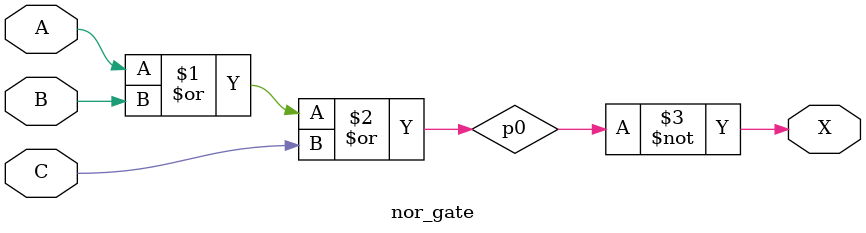
<source format=v>
module nor_gate (

// Seccion de declaracion de puertos i/o (inputs outputs) que tiene el circuito
    input wire A,
    input wire B,
    input wire C,
    output wire X
);

// Signal declarations -> Internal variables 

wire p0;

//Body: Describe the internal organization of circuit
assign p0 = A | B | C;

assign X = ~p0;

//Probemos con el bloque always para hacerlo secuencial
/*always @(clk) begin
    p0 = A or B or C;

    X = not p0;
end
*/

    
endmodule 
</source>
